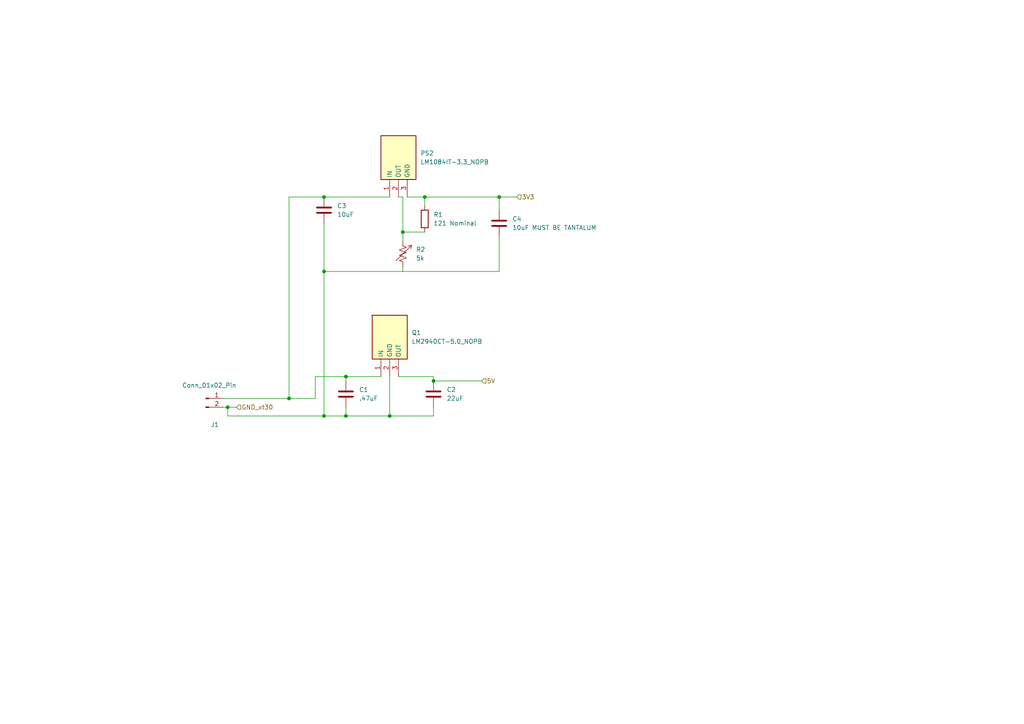
<source format=kicad_sch>
(kicad_sch (version 20230121) (generator eeschema)
  (paper "A4")
  (lib_symbols
    (symbol "Connector:Conn_01x02_Pin" (pin_names (offset 1.016) hide)
      (property "Reference" "J" (at 0 2.54 0))
      (property "Value" "Conn_01x02_Pin" (at 0 -5.08 0))
      (symbol "Conn_01x02_Pin_1_1"
        (polyline (pts (xy 1.27 -2.54) (xy 0.8636 -2.54)) (stroke (width 0.1524)))
        (polyline (pts (xy 1.27 0) (xy 0.8636 0)) (stroke (width 0.1524)))
        (rectangle (start 0.8636 -2.413) (end 0 -2.667) (stroke (width 0.1524)) (fill (type outline)))
        (rectangle (start 0.8636 0.127) (end 0 -0.127) (stroke (width 0.1524)) (fill (type outline)))
        (pin passive line (at 5.08 0 180) (length 3.81) (name "Pin_1") (number "1"))
        (pin passive line (at 5.08 -2.54 180) (length 3.81) (name "Pin_2") (number "2"))
      )
    )
    (symbol "Device:C" (pin_numbers hide) (pin_names (offset 0.254))
      (property "Reference" "C" (at 0.635 2.54 0))
      (property "Value" "C" (at 0.635 -2.54 0))
      (symbol "C_0_1"
        (polyline (pts (xy -2.032 -0.762) (xy 2.032 -0.762)) (stroke (width 0.508)))
        (polyline (pts (xy -2.032 0.762) (xy 2.032 0.762)) (stroke (width 0.508)))
      )
      (symbol "C_1_1"
        (pin passive line (at 0 3.81 270) (length 2.794) (name "~") (number "1"))
        (pin passive line (at 0 -3.81 90) (length 2.794) (name "~") (number "2"))
      )
    )
    (symbol "Device:R" (pin_numbers hide) (pin_names (offset 0))
      (property "Reference" "R" (at 2.032 0 90))
      (property "Value" "R" (at 0 0 90))
      (symbol "R_0_1"
        (rectangle (start -1.016 -2.54) (end 1.016 2.54) (stroke (width 0.254)))
      )
      (symbol "R_1_1"
        (pin passive line (at 0 3.81 270) (length 1.27) (name "~") (number "1"))
        (pin passive line (at 0 -3.81 90) (length 1.27) (name "~") (number "2"))
      )
    )
    (symbol "Device:R_Variable_US" (pin_numbers hide) (pin_names (offset 0))
      (property "Reference" "R" (at 2.54 -2.54 90))
      (property "Value" "R_Variable_US" (at -2.54 -1.27 90))
      (symbol "R_Variable_US_0_1"
        (polyline (pts (xy 0 -2.286) (xy 0 -2.54)))
        (polyline (pts (xy 0 2.286) (xy 0 2.54)))
        (polyline (pts (xy 0 -0.762) (xy 1.016 -1.143) (xy 0 -1.524) (xy -1.016 -1.905) (xy 0 -2.286)))
        (polyline (pts (xy 0 0.762) (xy 1.016 0.381) (xy 0 0) (xy -1.016 -0.381) (xy 0 -0.762)))
        (polyline (pts (xy 0 2.286) (xy 1.016 1.905) (xy 0 1.524) (xy -1.016 1.143) (xy 0 0.762)) (stroke (width 0.1524)))
        (polyline (pts (xy 2.286 1.524) (xy 2.54 2.54) (xy 1.524 2.286) (xy 2.54 2.54) (xy -2.032 -2.032)) (stroke (width 0.1524)))
      )
      (symbol "R_Variable_US_1_1"
        (pin passive line (at 0 3.81 270) (length 1.27) (name "~") (number "1"))
        (pin passive line (at 0 -3.81 90) (length 1.27) (name "~") (number "2"))
      )
    )
    (symbol "LM1084IT-3.3NOPB:LM1084IT-3.3_NOPB"
      (property "Reference" "PS" (at 19.05 7.62 0))
      (property "Value" "LM1084IT-3.3_NOPB" (at 19.05 5.08 0))
      (symbol "LM1084IT-3.3_NOPB_1_1"
        (rectangle (start 5.08 2.54) (end 17.78 -7.62) (stroke (width 0.254)) (fill (type background)))
        (pin input line (at 0 0 0) (length 5.08) (name "IN") (number "1"))
        (pin output line (at 0 -2.54 0) (length 5.08) (name "OUT") (number "2"))
        (pin power_in line (at 0 -5.08 0) (length 5.08) (name "GND") (number "3"))
      )
    )
    (symbol "LM2940CT-5.0/NOPB:LM2940CT-5.0_NOPB"
      (property "Reference" "Q" (at 19.05 7.62 0))
      (property "Value" "LM2940CT-5.0_NOPB" (at 19.05 5.08 0))
      (symbol "LM2940CT-5.0_NOPB_1_1"
        (rectangle (start 5.08 2.54) (end 17.78 -7.62) (stroke (width 0.254)) (fill (type background)))
        (pin passive line (at 0 0 0) (length 5.08) (name "IN") (number "1"))
        (pin passive line (at 0 -2.54 0) (length 5.08) (name "GND") (number "2"))
        (pin passive line (at 0 -5.08 0) (length 5.08) (name "OUT") (number "3"))
      )
    )
  )
  (junction (at 144.78 57.15))
  (junction (at 93.98 57.15))
  (junction (at 93.98 78.74))
  (junction (at 113.03 120.65))
  (junction (at 93.98 120.65))
  (junction (at 125.73 110.49))
  (junction (at 100.33 120.65))
  (junction (at 66.04 118.11))
  (junction (at 100.33 109.22))
  (junction (at 123.19 57.15))
  (junction (at 116.84 67.31))
  (junction (at 83.82 115.57))
  (wire (pts (xy 110.49 109.22) (xy 100.33 109.22)))
  (wire (pts (xy 144.78 57.15) (xy 144.78 60.96)))
  (wire (pts (xy 116.84 67.31) (xy 123.19 67.31)))
  (wire (pts (xy 100.33 109.22) (xy 100.33 110.49)))
  (wire (pts (xy 83.82 57.15) (xy 93.98 57.15)))
  (wire (pts (xy 93.98 57.15) (xy 113.03 57.15)))
  (wire (pts (xy 118.11 57.15) (xy 123.19 57.15)))
  (wire (pts (xy 93.98 120.65) (xy 66.04 120.65)))
  (wire (pts (xy 125.73 110.49) (xy 139.7 110.49)))
  (wire (pts (xy 66.04 120.65) (xy 66.04 118.11)))
  (wire (pts (xy 91.44 109.22) (xy 100.33 109.22)))
  (wire (pts (xy 100.33 120.65) (xy 93.98 120.65)))
  (wire (pts (xy 113.03 120.65) (xy 125.73 120.65)))
  (wire (pts (xy 144.78 68.58) (xy 144.78 78.74)))
  (wire (pts (xy 83.82 57.15) (xy 83.82 115.57)))
  (wire (pts (xy 125.73 109.22) (xy 125.73 110.49)))
  (wire (pts (xy 116.84 77.47) (xy 116.84 78.74)))
  (wire (pts (xy 64.77 115.57) (xy 83.82 115.57)))
  (wire (pts (xy 113.03 109.22) (xy 113.03 120.65)))
  (wire (pts (xy 93.98 78.74) (xy 93.98 120.65)))
  (wire (pts (xy 100.33 120.65) (xy 113.03 120.65)))
  (wire (pts (xy 93.98 78.74) (xy 144.78 78.74)))
  (wire (pts (xy 64.77 118.11) (xy 66.04 118.11)))
  (wire (pts (xy 116.84 57.15) (xy 115.57 57.15)))
  (wire (pts (xy 144.78 57.15) (xy 149.86 57.15)))
  (wire (pts (xy 123.19 57.15) (xy 123.19 59.69)))
  (wire (pts (xy 91.44 115.57) (xy 91.44 109.22)))
  (wire (pts (xy 66.04 118.11) (xy 68.58 118.11)))
  (wire (pts (xy 100.33 118.11) (xy 100.33 120.65)))
  (wire (pts (xy 115.57 109.22) (xy 125.73 109.22)))
  (wire (pts (xy 116.84 67.31) (xy 116.84 57.15)))
  (wire (pts (xy 123.19 57.15) (xy 144.78 57.15)))
  (wire (pts (xy 125.73 118.11) (xy 125.73 120.65)))
  (wire (pts (xy 93.98 64.77) (xy 93.98 78.74)))
  (wire (pts (xy 116.84 69.85) (xy 116.84 67.31)))
  (wire (pts (xy 83.82 115.57) (xy 91.44 115.57)))
  (hierarchical_label "5V" (shape input) (at 139.7 110.49 0))
  (hierarchical_label "GND_xt30" (shape input) (at 68.58 118.11 0))
  (hierarchical_label "3V3" (shape input) (at 149.86 57.15 0))
  (symbol (lib_id "Device:R_Variable_US") (at 116.84 73.66 0) (unit 1)
    (property "Reference" "R2" (at 120.65 72.3519 0) (effects (justify left)))
    (property "Value" "5k" (at 120.65 74.8919 0) (effects (justify left)))
    (instances (project "power" (path "" (reference "R2") (unit 1)) (path "" (reference "R3") (unit 1))))
  )
  (symbol (lib_id "LM1084IT-3.3NOPB:LM1084IT-3.3_NOPB") (at 113.03 57.15 90) (unit 1)
    (property "Reference" "PS2" (at 121.92 44.45 90) (effects (justify right)))
    (property "Value" "LM1084IT-3.3_NOPB" (at 121.92 46.99 90) (effects (justify right)))
    (property "Footprint" "TO254P470X1028X1955-3P" (effects hide))
    (property "Height" "4.7" (effects hide))
    (property "Mouser Part Number" "926-LM1084IT-3.3NOPB" (effects hide))
    (property "Mouser Price/Stock" "https://www.mouser.co.uk/ProductDetail/Texas-Instruments/LM1084IT-3.3-NOPB?qs=X1J7HmVL2ZH4e8i30AZoWw%3D%3D" (effects hide))
    (property "Manufacturer_Name" "Texas Instruments" (effects hide))
    (property "Manufacturer_Part_Number" "LM1084IT-3.3/NOPB" (effects hide))
    (instances (project "power" (path "" (reference "PS2") (unit 1)) (path "" (reference "PS1") (unit 1))))
  )
  (symbol (lib_id "Device:R") (at 123.19 63.5 0) (unit 1)
    (property "Reference" "R1" (at 125.73 62.23 0) (effects (justify left)))
    (property "Value" "121 Nominal" (at 125.73 64.77 0) (effects (justify left)))
    (instances (project "power" (path "" (reference "R1") (unit 1)) (path "" (reference "R4") (unit 1))))
  )
  (symbol (lib_id "Connector:Conn_01x02_Pin") (at 59.69 115.57 0) (unit 1)
    (property "Reference" "J1" (at 63.5 123.19 0) (effects (justify right)))
    (property "Value" "Conn_01x02_Pin" (at 68.58 111.76 0) (effects (justify right)))
    (property "Footprint" "XT30:XT30UPB-M" (effects hide))
    (instances (project "power" (path "" (reference "J1") (unit 1)) (path "" (reference "J2") (unit 1))))
  )
  (symbol (lib_id "Device:C") (at 100.33 114.3 0) (unit 1)
    (property "Reference" "C1" (at 104.14 113.03 0) (effects (justify left)))
    (property "Value" ".47uF" (at 104.14 115.57 0) (effects (justify left)))
    (property "Footprint" "Capacitor_THT:CP_Radial_D5.0mm_P2.00mm" (effects hide))
    (instances (project "power" (path "" (reference "C1") (unit 1)) (path "" (reference "C5") (unit 1))))
  )
  (symbol (lib_id "Device:C") (at 144.78 64.77 0) (unit 1)
    (property "Reference" "C4" (at 148.59 63.5 0) (effects (justify left)))
    (property "Value" "10uF MUST BE TANTALUM" (at 148.59 66.04 0) (effects (justify left)))
    (instances (project "power" (path "" (reference "C4") (unit 1)) (path "" (reference "C8") (unit 1))))
  )
  (symbol (lib_id "Device:C") (at 93.98 60.96 0) (unit 1)
    (property "Reference" "C3" (at 97.79 59.69 0) (effects (justify left)))
    (property "Value" "10uF" (at 97.79 62.23 0) (effects (justify left)))
    (instances (project "power" (path "" (reference "C3") (unit 1)) (path "" (reference "C7") (unit 1))))
  )
  (symbol (lib_id "LM2940CT-5.0/NOPB:LM2940CT-5.0_NOPB") (at 110.49 109.22 90) (unit 1)
    (property "Reference" "Q1" (at 119.38 96.52 90) (effects (justify right)))
    (property "Value" "LM2940CT-5.0_NOPB" (at 119.38 99.06 90) (effects (justify right)))
    (property "Footprint" "TO254P470X1028X1955-3P" (effects hide))
    (property "Datasheet" "http://www.ti.com/lit/ds/symlink/lm2940c.pdf" (effects hide))
    (property "Height" "4.7" (effects hide))
    (property "Mouser Part Number" "926-LM2940CT-5.0NOPB" (effects hide))
    (property "Mouser Price/Stock" "https://www.mouser.co.uk/ProductDetail/Texas-Instruments/LM2940CT-5.0-NOPB?qs=X1J7HmVL2ZHd4yipOGCVKg%3D%3D" (effects hide))
    (property "Manufacturer_Name" "Texas Instruments" (effects hide))
    (property "Manufacturer_Part_Number" "LM2940CT-5.0/NOPB" (effects hide))
    (instances (project "power" (path "" (reference "Q1") (unit 1)) (path "" (reference "Q2") (unit 1))))
  )
  (symbol (lib_id "Device:C") (at 125.73 114.3 0) (unit 1)
    (property "Reference" "C2" (at 129.54 113.03 0) (effects (justify left)))
    (property "Value" "22uF" (at 129.54 115.57 0) (effects (justify left)))
    (property "Footprint" "Capacitor_THT:CP_Radial_D5.0mm_P2.00mm" (effects hide))
    (instances (project "power" (path "" (reference "C2") (unit 1)) (path "" (reference "C6") (unit 1))))
  )
)
</source>
